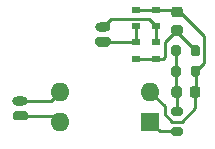
<source format=gbr>
%TF.GenerationSoftware,KiCad,Pcbnew,5.1.12-84ad8e8a86~92~ubuntu20.04.1*%
%TF.CreationDate,2021-11-26T18:46:47+01:00*%
%TF.ProjectId,doorbell-adapter,646f6f72-6265-46c6-9c2d-616461707465,rev?*%
%TF.SameCoordinates,Original*%
%TF.FileFunction,Copper,L1,Top*%
%TF.FilePolarity,Positive*%
%FSLAX46Y46*%
G04 Gerber Fmt 4.6, Leading zero omitted, Abs format (unit mm)*
G04 Created by KiCad (PCBNEW 5.1.12-84ad8e8a86~92~ubuntu20.04.1) date 2021-11-26 18:46:47*
%MOMM*%
%LPD*%
G01*
G04 APERTURE LIST*
%TA.AperFunction,SMDPad,CuDef*%
%ADD10R,0.700000X0.600000*%
%TD*%
%TA.AperFunction,ComponentPad*%
%ADD11O,1.600000X1.600000*%
%TD*%
%TA.AperFunction,ComponentPad*%
%ADD12R,1.600000X1.600000*%
%TD*%
%TA.AperFunction,ComponentPad*%
%ADD13O,1.300000X0.800000*%
%TD*%
%TA.AperFunction,Conductor*%
%ADD14C,0.250000*%
%TD*%
G04 APERTURE END LIST*
D10*
%TO.P,D4,1*%
%TO.N,Net-(D2-Pad2)*%
X127750000Y-79450000D03*
%TO.P,D4,2*%
%TO.N,GND*%
X127750000Y-78050000D03*
%TD*%
D11*
%TO.P,U1,4*%
%TO.N,Net-(J_ESP1-Pad1)*%
X119630000Y-87500000D03*
%TO.P,U1,2*%
%TO.N,GND*%
X127250000Y-84960000D03*
%TO.P,U1,3*%
%TO.N,Net-(J_ESP1-Pad2)*%
X119630000Y-84960000D03*
D12*
%TO.P,U1,1*%
%TO.N,Net-(R2-Pad2)*%
X127250000Y-87500000D03*
%TD*%
%TO.P,R3,2*%
%TO.N,GND*%
%TA.AperFunction,SMDPad,CuDef*%
G36*
G01*
X130675000Y-83525000D02*
X130675000Y-82975000D01*
G75*
G02*
X130875000Y-82775000I200000J0D01*
G01*
X131275000Y-82775000D01*
G75*
G02*
X131475000Y-82975000I0J-200000D01*
G01*
X131475000Y-83525000D01*
G75*
G02*
X131275000Y-83725000I-200000J0D01*
G01*
X130875000Y-83725000D01*
G75*
G02*
X130675000Y-83525000I0J200000D01*
G01*
G37*
%TD.AperFunction*%
%TO.P,R3,1*%
%TO.N,Net-(C2-Pad1)*%
%TA.AperFunction,SMDPad,CuDef*%
G36*
G01*
X129025000Y-83525000D02*
X129025000Y-82975000D01*
G75*
G02*
X129225000Y-82775000I200000J0D01*
G01*
X129625000Y-82775000D01*
G75*
G02*
X129825000Y-82975000I0J-200000D01*
G01*
X129825000Y-83525000D01*
G75*
G02*
X129625000Y-83725000I-200000J0D01*
G01*
X129225000Y-83725000D01*
G75*
G02*
X129025000Y-83525000I0J200000D01*
G01*
G37*
%TD.AperFunction*%
%TD*%
%TO.P,R2,2*%
%TO.N,Net-(R2-Pad2)*%
%TA.AperFunction,SMDPad,CuDef*%
G36*
G01*
X129225000Y-87925000D02*
X129775000Y-87925000D01*
G75*
G02*
X129975000Y-88125000I0J-200000D01*
G01*
X129975000Y-88525000D01*
G75*
G02*
X129775000Y-88725000I-200000J0D01*
G01*
X129225000Y-88725000D01*
G75*
G02*
X129025000Y-88525000I0J200000D01*
G01*
X129025000Y-88125000D01*
G75*
G02*
X129225000Y-87925000I200000J0D01*
G01*
G37*
%TD.AperFunction*%
%TO.P,R2,1*%
%TO.N,Net-(C2-Pad1)*%
%TA.AperFunction,SMDPad,CuDef*%
G36*
G01*
X129225000Y-86275000D02*
X129775000Y-86275000D01*
G75*
G02*
X129975000Y-86475000I0J-200000D01*
G01*
X129975000Y-86875000D01*
G75*
G02*
X129775000Y-87075000I-200000J0D01*
G01*
X129225000Y-87075000D01*
G75*
G02*
X129025000Y-86875000I0J200000D01*
G01*
X129025000Y-86475000D01*
G75*
G02*
X129225000Y-86275000I200000J0D01*
G01*
G37*
%TD.AperFunction*%
%TD*%
%TO.P,R1,2*%
%TO.N,Net-(C2-Pad1)*%
%TA.AperFunction,SMDPad,CuDef*%
G36*
G01*
X129825000Y-81225000D02*
X129825000Y-81775000D01*
G75*
G02*
X129625000Y-81975000I-200000J0D01*
G01*
X129225000Y-81975000D01*
G75*
G02*
X129025000Y-81775000I0J200000D01*
G01*
X129025000Y-81225000D01*
G75*
G02*
X129225000Y-81025000I200000J0D01*
G01*
X129625000Y-81025000D01*
G75*
G02*
X129825000Y-81225000I0J-200000D01*
G01*
G37*
%TD.AperFunction*%
%TO.P,R1,1*%
%TO.N,+12V*%
%TA.AperFunction,SMDPad,CuDef*%
G36*
G01*
X131475000Y-81225000D02*
X131475000Y-81775000D01*
G75*
G02*
X131275000Y-81975000I-200000J0D01*
G01*
X130875000Y-81975000D01*
G75*
G02*
X130675000Y-81775000I0J200000D01*
G01*
X130675000Y-81225000D01*
G75*
G02*
X130875000Y-81025000I200000J0D01*
G01*
X131275000Y-81025000D01*
G75*
G02*
X131475000Y-81225000I0J-200000D01*
G01*
G37*
%TD.AperFunction*%
%TD*%
D13*
%TO.P,J_ESP1,2*%
%TO.N,Net-(J_ESP1-Pad2)*%
X116250000Y-85750000D03*
%TO.P,J_ESP1,1*%
%TO.N,Net-(J_ESP1-Pad1)*%
%TA.AperFunction,ComponentPad*%
G36*
G01*
X116700000Y-87400000D02*
X115800000Y-87400000D01*
G75*
G02*
X115600000Y-87200000I0J200000D01*
G01*
X115600000Y-86800000D01*
G75*
G02*
X115800000Y-86600000I200000J0D01*
G01*
X116700000Y-86600000D01*
G75*
G02*
X116900000Y-86800000I0J-200000D01*
G01*
X116900000Y-87200000D01*
G75*
G02*
X116700000Y-87400000I-200000J0D01*
G01*
G37*
%TD.AperFunction*%
%TD*%
%TO.P,J_Bell1,2*%
%TO.N,Net-(D2-Pad2)*%
X123250000Y-79500000D03*
%TO.P,J_Bell1,1*%
%TO.N,Net-(D1-Pad2)*%
%TA.AperFunction,ComponentPad*%
G36*
G01*
X123700000Y-81150000D02*
X122800000Y-81150000D01*
G75*
G02*
X122600000Y-80950000I0J200000D01*
G01*
X122600000Y-80550000D01*
G75*
G02*
X122800000Y-80350000I200000J0D01*
G01*
X123700000Y-80350000D01*
G75*
G02*
X123900000Y-80550000I0J-200000D01*
G01*
X123900000Y-80950000D01*
G75*
G02*
X123700000Y-81150000I-200000J0D01*
G01*
G37*
%TD.AperFunction*%
%TD*%
D10*
%TO.P,D3,1*%
%TO.N,Net-(D1-Pad2)*%
X126000000Y-79450000D03*
%TO.P,D3,2*%
%TO.N,GND*%
X126000000Y-78050000D03*
%TD*%
%TO.P,D2,1*%
%TO.N,+12V*%
X127750000Y-82200000D03*
%TO.P,D2,2*%
%TO.N,Net-(D2-Pad2)*%
X127750000Y-80800000D03*
%TD*%
%TO.P,D1,1*%
%TO.N,+12V*%
X126000000Y-82200000D03*
%TO.P,D1,2*%
%TO.N,Net-(D1-Pad2)*%
X126000000Y-80800000D03*
%TD*%
%TO.P,C2,2*%
%TO.N,GND*%
%TA.AperFunction,SMDPad,CuDef*%
G36*
G01*
X130575000Y-85250000D02*
X130575000Y-84750000D01*
G75*
G02*
X130800000Y-84525000I225000J0D01*
G01*
X131250000Y-84525000D01*
G75*
G02*
X131475000Y-84750000I0J-225000D01*
G01*
X131475000Y-85250000D01*
G75*
G02*
X131250000Y-85475000I-225000J0D01*
G01*
X130800000Y-85475000D01*
G75*
G02*
X130575000Y-85250000I0J225000D01*
G01*
G37*
%TD.AperFunction*%
%TO.P,C2,1*%
%TO.N,Net-(C2-Pad1)*%
%TA.AperFunction,SMDPad,CuDef*%
G36*
G01*
X129025000Y-85250000D02*
X129025000Y-84750000D01*
G75*
G02*
X129250000Y-84525000I225000J0D01*
G01*
X129700000Y-84525000D01*
G75*
G02*
X129925000Y-84750000I0J-225000D01*
G01*
X129925000Y-85250000D01*
G75*
G02*
X129700000Y-85475000I-225000J0D01*
G01*
X129250000Y-85475000D01*
G75*
G02*
X129025000Y-85250000I0J225000D01*
G01*
G37*
%TD.AperFunction*%
%TD*%
%TO.P,C1,2*%
%TO.N,GND*%
%TA.AperFunction,SMDPad,CuDef*%
G36*
G01*
X129750000Y-78675000D02*
X129250000Y-78675000D01*
G75*
G02*
X129025000Y-78450000I0J225000D01*
G01*
X129025000Y-78000000D01*
G75*
G02*
X129250000Y-77775000I225000J0D01*
G01*
X129750000Y-77775000D01*
G75*
G02*
X129975000Y-78000000I0J-225000D01*
G01*
X129975000Y-78450000D01*
G75*
G02*
X129750000Y-78675000I-225000J0D01*
G01*
G37*
%TD.AperFunction*%
%TO.P,C1,1*%
%TO.N,+12V*%
%TA.AperFunction,SMDPad,CuDef*%
G36*
G01*
X129750000Y-80225000D02*
X129250000Y-80225000D01*
G75*
G02*
X129025000Y-80000000I0J225000D01*
G01*
X129025000Y-79550000D01*
G75*
G02*
X129250000Y-79325000I225000J0D01*
G01*
X129750000Y-79325000D01*
G75*
G02*
X129975000Y-79550000I0J-225000D01*
G01*
X129975000Y-80000000D01*
G75*
G02*
X129750000Y-80225000I-225000J0D01*
G01*
G37*
%TD.AperFunction*%
%TD*%
D14*
%TO.N,GND*%
X126000000Y-78050000D02*
X127750000Y-78050000D01*
X131075000Y-84950000D02*
X131025000Y-85000000D01*
X131075000Y-83250000D02*
X131075000Y-84950000D01*
X127250000Y-84960000D02*
X128500000Y-86210000D01*
X128500000Y-86210000D02*
X128500000Y-86892478D01*
X128500000Y-86892478D02*
X129107522Y-87500000D01*
X131025000Y-86367478D02*
X131025000Y-85000000D01*
X129892478Y-87500000D02*
X131025000Y-86367478D01*
X129107522Y-87500000D02*
X129892478Y-87500000D01*
X129325000Y-78050000D02*
X129500000Y-78225000D01*
X127750000Y-78050000D02*
X129325000Y-78050000D01*
X129500000Y-78225000D02*
X129725000Y-78225000D01*
X131800010Y-82524990D02*
X131075000Y-83250000D01*
X131800010Y-80300010D02*
X131800010Y-82524990D01*
X129725000Y-78225000D02*
X131800010Y-80300010D01*
%TO.N,+12V*%
X126000000Y-82200000D02*
X127750000Y-82200000D01*
X128350000Y-82200000D02*
X128500000Y-82050000D01*
X127750000Y-82200000D02*
X128350000Y-82200000D01*
X128500000Y-80775000D02*
X129500000Y-79775000D01*
X128500000Y-82050000D02*
X128500000Y-80775000D01*
X129500000Y-79925000D02*
X131075000Y-81500000D01*
X129500000Y-79775000D02*
X129500000Y-79925000D01*
%TO.N,Net-(C2-Pad1)*%
X129425000Y-84950000D02*
X129475000Y-85000000D01*
X129425000Y-83250000D02*
X129425000Y-84950000D01*
X129425000Y-81500000D02*
X129425000Y-83250000D01*
X129475000Y-86650000D02*
X129500000Y-86675000D01*
X129475000Y-85000000D02*
X129475000Y-86650000D01*
%TO.N,Net-(D1-Pad2)*%
X125950000Y-80750000D02*
X126000000Y-80800000D01*
X123250000Y-80750000D02*
X125950000Y-80750000D01*
X126000000Y-80800000D02*
X126000000Y-79450000D01*
%TO.N,Net-(D2-Pad2)*%
X127124999Y-78824999D02*
X127750000Y-79450000D01*
X123925001Y-78824999D02*
X127124999Y-78824999D01*
X123250000Y-79500000D02*
X123925001Y-78824999D01*
X127750000Y-79450000D02*
X127750000Y-80800000D01*
%TO.N,Net-(J_ESP1-Pad2)*%
X118840000Y-85750000D02*
X119630000Y-84960000D01*
X116250000Y-85750000D02*
X118840000Y-85750000D01*
%TO.N,Net-(J_ESP1-Pad1)*%
X119130000Y-87000000D02*
X119630000Y-87500000D01*
X116250000Y-87000000D02*
X119130000Y-87000000D01*
%TO.N,Net-(R2-Pad2)*%
X128075000Y-88325000D02*
X127250000Y-87500000D01*
X129500000Y-88325000D02*
X128075000Y-88325000D01*
%TD*%
M02*

</source>
